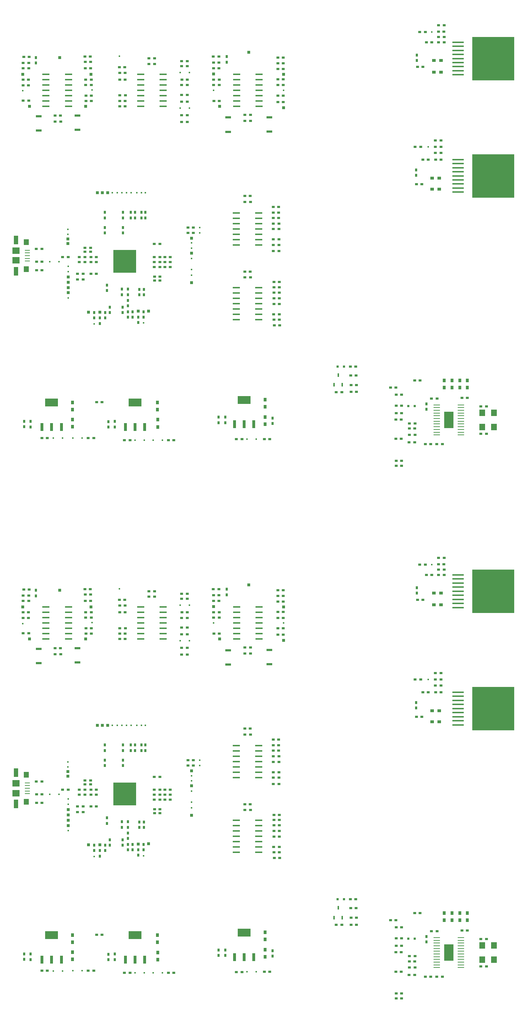
<source format=gbr>
G04 DipTrace 2.4.0.2*
%INTopPaste.gbr*%
%MOMM*%
%ADD38R,0.635X0.635*%
%ADD57R,2.296X3.996*%
%ADD59R,1.596X0.196*%
%ADD61R,10.096X10.296*%
%ADD63R,2.796X0.396*%
%ADD65R,1.796X0.396*%
%ADD67R,5.496X5.496*%
%ADD69O,0.646X-0.004*%
%ADD71O,-0.004X0.646*%
%ADD73R,3.046X1.946*%
%ADD75R,0.746X1.946*%
%ADD77R,0.431X0.431*%
%ADD79R,1.396X1.596*%
%ADD85R,0.446X0.846*%
%ADD87R,1.696X1.596*%
%ADD89R,1.096X2.096*%
%ADD91R,1.196X1.396*%
%ADD93R,1.146X0.196*%
%ADD99R,0.596X0.596*%
%ADD101R,1.396X0.596*%
%ADD103R,0.396X0.396*%
%ADD105R,0.896X0.796*%
%ADD107R,0.696X0.496*%
%ADD109R,0.496X0.696*%
%ADD111R,0.796X0.896*%
%FSLAX53Y53*%
G04*
G71*
G90*
G75*
G01*
%LNTopPaste*%
%LPD*%
D111*
X60770Y-12210D3*
Y-10510D3*
D109*
X51220Y-11860D3*
Y-10560D3*
D107*
X55940Y61420D3*
X57240D3*
X10670Y61320D3*
X11970D3*
X55940Y40700D3*
X57240D3*
X55950Y22770D3*
X57250D3*
X33080Y73570D3*
X34380D3*
D111*
X60770Y-6360D3*
Y-8060D3*
D107*
X63950Y39530D3*
X62650D3*
X48490Y69870D3*
X49790D3*
X34340Y30680D3*
X35640D3*
X48440Y73920D3*
X49740D3*
D111*
X35145Y-12850D3*
Y-11150D3*
D107*
X65090Y69920D3*
X63790D3*
D105*
X102630Y74390D3*
X100930D3*
D111*
X35095Y-7050D3*
Y-8750D3*
D107*
X36840Y27580D3*
X38140D3*
D109*
X26900Y33350D3*
Y34650D3*
D107*
X34340Y26380D3*
X35640D3*
D109*
X24945Y-12850D3*
Y-11550D3*
D105*
X102630Y71590D3*
X100930D3*
D107*
X34340Y25180D3*
X35640D3*
X64000Y28980D3*
X62700D3*
X65090Y73720D3*
X63790D3*
X34390Y22930D3*
X35690D3*
X26030Y72820D3*
X27330D3*
D109*
X22550Y33320D3*
Y34620D3*
D107*
X34390Y21980D3*
X35690D3*
D109*
X31840Y19880D3*
Y18580D3*
D107*
X3070Y69870D3*
X4370D3*
X64150Y21620D3*
X62850D3*
D109*
X30790Y19880D3*
Y18580D3*
X30490Y13280D3*
Y11980D3*
D107*
X20540Y27580D3*
X19240D3*
D111*
X14865Y-12800D3*
Y-11100D3*
D107*
X3120Y73820D3*
X4420D3*
D109*
X28040Y19930D3*
Y18630D3*
D107*
X20540Y26380D3*
X19240D3*
D111*
X14865Y-7050D3*
Y-8750D3*
D109*
X26640Y19930D3*
Y18630D3*
X4865Y-12850D3*
Y-11550D3*
X26790Y15680D3*
Y14380D3*
D107*
X19320Y69870D3*
X18020D3*
D109*
X23740Y15680D3*
Y14380D3*
X21340Y13080D3*
Y11780D3*
D107*
X20540Y23630D3*
X19240D3*
D105*
X102230Y46400D3*
X100530D3*
X102230Y43750D3*
X100530D3*
D109*
X23040Y20880D3*
Y19580D3*
D107*
X64200Y11320D3*
X62900D3*
X19170Y74070D3*
X17870D3*
X82500Y-4550D3*
X81200D3*
X38140Y26380D3*
X36840D3*
X16490Y27580D3*
X17790D3*
D109*
X28040Y15980D3*
Y17280D3*
D107*
X16490Y26380D3*
X17790D3*
X38140Y25180D3*
X36840D3*
X27430Y66070D3*
X26130D3*
X42230Y69870D3*
X40930D3*
X42180Y64620D3*
X40880D3*
X7590Y26480D3*
X6290D3*
X112150Y-7970D3*
X113450D3*
X112150Y-14520D3*
X113450D3*
D111*
X108900Y-1770D3*
Y-3470D3*
X107100Y-1770D3*
Y-3470D3*
X105250Y-1770D3*
Y-3470D3*
X103400Y-1770D3*
Y-3470D3*
D109*
X99150Y-8670D3*
Y-7370D3*
D107*
X101700Y-6120D3*
X100400D3*
X91950Y-5170D3*
X93250D3*
D103*
X58600Y-15800D3*
X56400D3*
D101*
X51940Y60820D3*
Y57420D3*
D103*
X34095Y-16050D3*
X36295D3*
X31945D3*
X29745D3*
D101*
X61790Y60870D3*
Y57470D3*
X6770Y61120D3*
Y57720D3*
D103*
X14915Y-15500D3*
X17115D3*
X12515Y-15550D3*
X10315D3*
D101*
X16070Y61270D3*
Y57870D3*
D99*
X78050Y1500D3*
X79550D3*
D103*
X42680Y71520D3*
X40480D3*
X42730Y63070D3*
X40530D3*
X11590Y26480D3*
X9390D3*
D99*
X96350Y-7870D3*
X94850D3*
D93*
X4090Y29230D3*
Y28580D3*
Y27930D3*
Y27280D3*
Y26630D3*
D91*
X3865Y31130D3*
Y24730D3*
D89*
X1415Y31680D3*
Y24180D3*
D87*
Y29080D3*
Y26780D3*
D85*
X77200Y-2850D3*
X79100D3*
X78150Y-550D3*
D109*
X62550Y-12050D3*
Y-10750D3*
D107*
X61850Y-15800D3*
X60550D3*
D109*
X49670Y-10560D3*
Y-11860D3*
D107*
X57240Y60020D3*
X55940D3*
X12020Y59870D3*
X10720D3*
X57190Y42150D3*
X55890D3*
X57200Y24120D3*
X55900D3*
X34380Y74870D3*
X33080D3*
X53920Y-15810D3*
X55220D3*
X102080Y82790D3*
X103380D3*
X63950Y36880D3*
X62650D3*
Y38180D3*
X63950D3*
X49790Y68570D3*
X48490D3*
D109*
X32240Y38230D3*
Y36930D3*
D107*
X102055Y81230D3*
X103355D3*
X42330Y34610D3*
X43630D3*
X38995Y-16000D3*
X37695D3*
D109*
X31240Y38230D3*
Y36930D3*
X29740D3*
Y38230D3*
D107*
X97580Y81190D3*
X98880D3*
X102080Y79990D3*
X103380D3*
X49740Y72520D3*
X48440D3*
X48540Y64770D3*
X49840D3*
X64000Y35530D3*
X62700D3*
X42340Y33380D3*
X43640D3*
X99180Y78740D3*
X100480D3*
X102080D3*
X103380D3*
X48390Y75320D3*
X49690D3*
D109*
X28740Y36930D3*
Y38230D3*
D107*
X64000Y34230D3*
X62700D3*
X65090Y64520D3*
X63790D3*
D109*
X51590Y75320D3*
Y74020D3*
D107*
X62700Y31780D3*
X64000D3*
D109*
X23395Y-11600D3*
Y-12900D3*
X26890Y38230D3*
Y36930D3*
D107*
X34340Y27580D3*
X35640D3*
X97065Y72840D3*
X98365D3*
X63790Y68520D3*
X65090D3*
X62700Y30430D3*
X64000D3*
X27245Y-16050D3*
X28545D3*
X63790Y75120D3*
X65090D3*
D109*
X96930Y75690D3*
Y74390D3*
D107*
X63790Y72370D3*
X65090D3*
Y66020D3*
X63790D3*
X101330Y55350D3*
X102630D3*
X26080Y69820D3*
X27380D3*
Y71420D3*
X26080D3*
X19915Y-15500D3*
X18615D3*
X4370Y68470D3*
X3070D3*
X64150Y19120D3*
X62850D3*
Y20370D3*
X64150D3*
D109*
X31760Y13260D3*
Y14560D3*
D107*
X19150Y29750D3*
X17850D3*
X21870Y-6990D3*
X20570D3*
X19150Y28850D3*
X17850D3*
X101330Y53850D3*
X102630D3*
D109*
X29140Y13280D3*
Y14580D3*
D107*
X4420Y72520D3*
X3120D3*
Y64820D3*
X4420D3*
X96480Y53800D3*
X97780D3*
X101330Y52400D3*
X102630D3*
X3220Y75220D3*
X4520D3*
X64150Y17770D3*
X62850D3*
D109*
X3365Y-11500D3*
Y-12800D3*
D107*
X98330Y50800D3*
X99630D3*
X101380D3*
X102680D3*
X64150Y16420D3*
X62850D3*
X7565Y-15500D3*
X8865D3*
X19370Y64770D3*
X18070D3*
D109*
X6120Y75070D3*
Y73770D3*
D107*
X62800Y13970D3*
X64100D3*
D109*
X22640Y13080D3*
Y14380D3*
D107*
X17820Y75370D3*
X19120D3*
X18020Y68570D3*
X19320D3*
X96780Y44950D3*
X98080D3*
D109*
X20040Y13080D3*
Y14380D3*
D107*
X62850Y12670D3*
X64150D3*
X17870Y72520D3*
X19170D3*
X19370Y66020D3*
X18070D3*
D109*
X96730Y48350D3*
Y47050D3*
X22540Y38230D3*
Y36930D3*
D107*
X82500Y-2900D3*
X81200D3*
D109*
X28040Y13280D3*
Y14580D3*
D107*
X12490Y27580D3*
X13790D3*
X82400Y-600D3*
X81100D3*
X82350Y1500D3*
X81050D3*
X27380Y63520D3*
X26080D3*
Y64770D3*
X27380D3*
X77700Y-4600D3*
X79000D3*
X42180Y73020D3*
X40880D3*
X42180Y68520D3*
X40880D3*
Y74270D3*
X42180D3*
Y61370D3*
X40880D3*
X42180Y66170D3*
X40880D3*
Y59770D3*
X42180D3*
X7540Y29530D3*
X6240D3*
X7590Y24480D3*
X6290D3*
X95150Y-12020D3*
X96450D3*
X95150Y-14720D3*
X96450D3*
X108950Y-5970D3*
X107650D3*
X93250Y-9620D3*
X91950D3*
X93200Y-11070D3*
X91900D3*
X93200Y-15720D3*
X91900D3*
X95100Y-13270D3*
X96400D3*
X91950Y-7820D3*
X93250D3*
X90600Y-3450D3*
X91900D3*
X96350Y-1800D3*
X97650D3*
D79*
X112500Y-9520D3*
X115300D3*
X112500Y-12870D3*
X115300D3*
D107*
X98900Y-16920D3*
X100200D3*
X102950D3*
X101650D3*
D38*
X48440Y71220D3*
D77*
Y67270D3*
D38*
X49890Y63520D3*
D77*
X32240Y42880D3*
X100480Y81190D3*
X45140Y34580D3*
X31240Y42880D3*
X30190D3*
X45140Y33380D3*
X28790Y42880D3*
D38*
X43190Y32080D3*
X56840Y76320D3*
D77*
X43190Y30930D3*
Y29680D3*
X27740Y42880D3*
D38*
X43190Y28480D3*
X65140Y71120D3*
D77*
X43190Y27280D3*
X65140Y67320D3*
D38*
Y63120D3*
D77*
X26640Y42880D3*
X25540D3*
X24340D3*
X43250Y23300D3*
D38*
X23190Y42880D3*
D77*
X43250Y24600D3*
D38*
X21990Y42880D3*
X43240Y21480D3*
X20790Y42880D3*
D77*
X13740Y34180D3*
D38*
X3020Y71070D3*
D77*
X13740Y33030D3*
D38*
Y31930D3*
X32990Y14680D3*
D77*
X3020Y67170D3*
D38*
X13740Y30780D3*
X4570Y63470D3*
D77*
X31740Y11880D3*
D38*
X30510Y14670D3*
D77*
X99580Y53850D3*
D38*
X11770Y75070D3*
D77*
X13840Y25380D3*
Y24130D3*
D38*
Y22830D3*
X19270Y71120D3*
X13840Y21580D3*
D77*
X19470Y67370D3*
D38*
X17970Y63520D3*
X21380Y14470D3*
X13840Y20330D3*
D77*
X20040Y11680D3*
D38*
X13840Y19080D3*
X18690Y14480D3*
D77*
X13840Y17880D3*
X26000Y75450D3*
D75*
X53450Y-12250D3*
X55750D3*
X58050D3*
D73*
X55750Y-6450D3*
D71*
X30480Y30480D3*
X30080D3*
X29680D3*
X29280D3*
X28880D3*
X28480D3*
X28080D3*
X27680D3*
X27280D3*
X26880D3*
X26480D3*
X26080D3*
X25680D3*
X25280D3*
X24880D3*
X24480D3*
X24080D3*
D69*
X23385Y29775D3*
Y29375D3*
Y28975D3*
Y28575D3*
Y28175D3*
Y27775D3*
Y27375D3*
Y26975D3*
Y26575D3*
Y26175D3*
Y25775D3*
Y25375D3*
Y24975D3*
Y24575D3*
Y24175D3*
Y23775D3*
Y23375D3*
D71*
X24090Y22680D3*
X24490D3*
X24890D3*
X25290D3*
X25690D3*
X26090D3*
X26490D3*
X26890D3*
X27290D3*
X27690D3*
X28090D3*
X28490D3*
X28890D3*
X29290D3*
X29690D3*
X30090D3*
X30490D3*
D69*
X31185Y23385D3*
Y23785D3*
Y24185D3*
Y24585D3*
Y24985D3*
Y25385D3*
Y25785D3*
Y26185D3*
Y26585D3*
Y26985D3*
Y27385D3*
Y27785D3*
Y28185D3*
Y28585D3*
Y28985D3*
Y29385D3*
Y29785D3*
D67*
X27285Y26580D3*
D65*
X53940Y71120D3*
Y69850D3*
Y68580D3*
Y67310D3*
Y66040D3*
Y64770D3*
Y63500D3*
X59340D3*
Y64770D3*
Y66040D3*
Y67310D3*
Y68580D3*
Y69850D3*
Y71120D3*
X53840Y38100D3*
Y36830D3*
Y35560D3*
Y34290D3*
Y33020D3*
Y31750D3*
Y30480D3*
X59240D3*
Y31750D3*
Y33020D3*
Y34290D3*
Y35560D3*
Y36830D3*
Y38100D3*
D63*
X106680Y78740D3*
Y77770D3*
Y76800D3*
Y75830D3*
Y74860D3*
Y73890D3*
Y72920D3*
Y71950D3*
Y70980D3*
D61*
X115130Y74860D3*
D75*
X27450Y-12850D3*
X29750D3*
X32050D3*
D73*
X29750Y-7050D3*
D65*
X31080Y71120D3*
Y69850D3*
Y68580D3*
Y67310D3*
Y66040D3*
Y64770D3*
Y63500D3*
X36480D3*
Y64770D3*
Y66040D3*
Y67310D3*
Y68580D3*
Y69850D3*
Y71120D3*
X8520D3*
Y69850D3*
Y68580D3*
Y67310D3*
Y66040D3*
Y64770D3*
Y63500D3*
X13920D3*
Y64770D3*
Y66040D3*
Y67310D3*
Y68580D3*
Y69850D3*
Y71120D3*
D75*
X7590Y-12850D3*
X9890D3*
X12190D3*
D73*
X9890Y-7050D3*
D65*
X53840Y20320D3*
Y19050D3*
Y17780D3*
Y16510D3*
Y15240D3*
Y13970D3*
Y12700D3*
X59240D3*
Y13970D3*
Y15240D3*
Y16510D3*
Y17780D3*
Y19050D3*
Y20320D3*
D63*
X106680Y50800D3*
Y49830D3*
Y48860D3*
Y47890D3*
Y46920D3*
Y45950D3*
Y44980D3*
Y44010D3*
Y43040D3*
D61*
X115130Y46920D3*
D59*
X101600Y-7620D3*
Y-8270D3*
Y-8920D3*
Y-9570D3*
Y-10220D3*
Y-10870D3*
Y-11520D3*
Y-12170D3*
Y-12820D3*
Y-13470D3*
Y-14120D3*
Y-14770D3*
X107400D3*
Y-14120D3*
Y-13470D3*
Y-12820D3*
Y-12170D3*
Y-11520D3*
Y-10870D3*
Y-10220D3*
Y-9570D3*
Y-8920D3*
Y-8270D3*
Y-7620D3*
D57*
X104500Y-11195D3*
D107*
X95050Y-16550D3*
X96350D3*
X93250Y-22150D3*
X91950D3*
X93250Y-20900D3*
X91950D3*
X16050Y23600D3*
X17350D3*
X16050Y22250D3*
X17350D3*
D111*
X60770Y114630D3*
Y116330D3*
D109*
X51220Y114980D3*
Y116280D3*
D107*
X55940Y188260D3*
X57240D3*
X10670Y188160D3*
X11970D3*
X55940Y167540D3*
X57240D3*
X55950Y149610D3*
X57250D3*
X33080Y200410D3*
X34380D3*
D111*
X60770Y120480D3*
Y118780D3*
D107*
X63950Y166370D3*
X62650D3*
X48490Y196710D3*
X49790D3*
X34340Y157520D3*
X35640D3*
X48440Y200760D3*
X49740D3*
D111*
X35145Y113990D3*
Y115690D3*
D107*
X65090Y196760D3*
X63790D3*
D105*
X102630Y201230D3*
X100930D3*
D111*
X35095Y119790D3*
Y118090D3*
D107*
X36840Y154420D3*
X38140D3*
D109*
X26900Y160190D3*
Y161490D3*
D107*
X34340Y153220D3*
X35640D3*
D109*
X24945Y113990D3*
Y115290D3*
D105*
X102630Y198430D3*
X100930D3*
D107*
X34340Y152020D3*
X35640D3*
X64000Y155820D3*
X62700D3*
X65090Y200560D3*
X63790D3*
X34390Y149770D3*
X35690D3*
X26030Y199660D3*
X27330D3*
D109*
X22550Y160160D3*
Y161460D3*
D107*
X34390Y148820D3*
X35690D3*
D109*
X31840Y146720D3*
Y145420D3*
D107*
X3070Y196710D3*
X4370D3*
X64150Y148460D3*
X62850D3*
D109*
X30790Y146720D3*
Y145420D3*
X30490Y140120D3*
Y138820D3*
D107*
X20540Y154420D3*
X19240D3*
D111*
X14865Y114040D3*
Y115740D3*
D107*
X3120Y200660D3*
X4420D3*
D109*
X28040Y146770D3*
Y145470D3*
D107*
X20540Y153220D3*
X19240D3*
D111*
X14865Y119790D3*
Y118090D3*
D109*
X26640Y146770D3*
Y145470D3*
X4865Y113990D3*
Y115290D3*
X26790Y142520D3*
Y141220D3*
D107*
X19320Y196710D3*
X18020D3*
D109*
X23740Y142520D3*
Y141220D3*
X21340Y139920D3*
Y138620D3*
D107*
X20540Y150470D3*
X19240D3*
D105*
X102230Y173240D3*
X100530D3*
X102230Y170590D3*
X100530D3*
D109*
X23040Y147720D3*
Y146420D3*
D107*
X64200Y138160D3*
X62900D3*
X19170Y200910D3*
X17870D3*
X82500Y122290D3*
X81200D3*
X38140Y153220D3*
X36840D3*
X16490Y154420D3*
X17790D3*
D109*
X28040Y142820D3*
Y144120D3*
D107*
X16490Y153220D3*
X17790D3*
X38140Y152020D3*
X36840D3*
X27430Y192910D3*
X26130D3*
X42230Y196710D3*
X40930D3*
X42180Y191460D3*
X40880D3*
X7590Y153320D3*
X6290D3*
X112150Y118870D3*
X113450D3*
X112150Y112320D3*
X113450D3*
D111*
X108900Y125070D3*
Y123370D3*
X107100Y125070D3*
Y123370D3*
X105250Y125070D3*
Y123370D3*
X103400Y125070D3*
Y123370D3*
D109*
X99150Y118170D3*
Y119470D3*
D107*
X101700Y120720D3*
X100400D3*
X91950Y121670D3*
X93250D3*
D103*
X58600Y111040D3*
X56400D3*
D101*
X51940Y187660D3*
Y184260D3*
D103*
X34095Y110790D3*
X36295D3*
X31945D3*
X29745D3*
D101*
X61790Y187710D3*
Y184310D3*
X6770Y187960D3*
Y184560D3*
D103*
X14915Y111340D3*
X17115D3*
X12515Y111290D3*
X10315D3*
D101*
X16070Y188110D3*
Y184710D3*
D99*
X78050Y128340D3*
X79550D3*
D103*
X42680Y198360D3*
X40480D3*
X42730Y189910D3*
X40530D3*
X11590Y153320D3*
X9390D3*
D99*
X96350Y118970D3*
X94850D3*
D93*
X4090Y156070D3*
Y155420D3*
Y154770D3*
Y154120D3*
Y153470D3*
D91*
X3865Y157970D3*
Y151570D3*
D89*
X1415Y158520D3*
Y151020D3*
D87*
Y155920D3*
Y153620D3*
D85*
X77200Y123990D3*
X79100D3*
X78150Y126290D3*
D109*
X62550Y114790D3*
Y116090D3*
D107*
X61850Y111040D3*
X60550D3*
D109*
X49670Y116280D3*
Y114980D3*
D107*
X57240Y186860D3*
X55940D3*
X12020Y186710D3*
X10720D3*
X57190Y168990D3*
X55890D3*
X57200Y150960D3*
X55900D3*
X34380Y201710D3*
X33080D3*
X53920Y111030D3*
X55220D3*
X102080Y209630D3*
X103380D3*
X63950Y163720D3*
X62650D3*
Y165020D3*
X63950D3*
X49790Y195410D3*
X48490D3*
D109*
X32240Y165070D3*
Y163770D3*
D107*
X102055Y208070D3*
X103355D3*
X42330Y161450D3*
X43630D3*
X38995Y110840D3*
X37695D3*
D109*
X31240Y165070D3*
Y163770D3*
X29740D3*
Y165070D3*
D107*
X97580Y208030D3*
X98880D3*
X102080Y206830D3*
X103380D3*
X49740Y199360D3*
X48440D3*
X48540Y191610D3*
X49840D3*
X64000Y162370D3*
X62700D3*
X42340Y160220D3*
X43640D3*
X99180Y205580D3*
X100480D3*
X102080D3*
X103380D3*
X48390Y202160D3*
X49690D3*
D109*
X28740Y163770D3*
Y165070D3*
D107*
X64000Y161070D3*
X62700D3*
X65090Y191360D3*
X63790D3*
D109*
X51590Y202160D3*
Y200860D3*
D107*
X62700Y158620D3*
X64000D3*
D109*
X23395Y115240D3*
Y113940D3*
X26890Y165070D3*
Y163770D3*
D107*
X34340Y154420D3*
X35640D3*
X97065Y199680D3*
X98365D3*
X63790Y195360D3*
X65090D3*
X62700Y157270D3*
X64000D3*
X27245Y110790D3*
X28545D3*
X63790Y201960D3*
X65090D3*
D109*
X96930Y202530D3*
Y201230D3*
D107*
X63790Y199210D3*
X65090D3*
Y192860D3*
X63790D3*
X101330Y182190D3*
X102630D3*
X26080Y196660D3*
X27380D3*
Y198260D3*
X26080D3*
X19915Y111340D3*
X18615D3*
X4370Y195310D3*
X3070D3*
X64150Y145960D3*
X62850D3*
Y147210D3*
X64150D3*
D109*
X31760Y140100D3*
Y141400D3*
D107*
X19150Y156590D3*
X17850D3*
X21870Y119850D3*
X20570D3*
X19150Y155690D3*
X17850D3*
X101330Y180690D3*
X102630D3*
D109*
X29140Y140120D3*
Y141420D3*
D107*
X4420Y199360D3*
X3120D3*
Y191660D3*
X4420D3*
X96480Y180640D3*
X97780D3*
X101330Y179240D3*
X102630D3*
X3220Y202060D3*
X4520D3*
X64150Y144610D3*
X62850D3*
D109*
X3365Y115340D3*
Y114040D3*
D107*
X98330Y177640D3*
X99630D3*
X101380D3*
X102680D3*
X64150Y143260D3*
X62850D3*
X7565Y111340D3*
X8865D3*
X19370Y191610D3*
X18070D3*
D109*
X6120Y201910D3*
Y200610D3*
D107*
X62800Y140810D3*
X64100D3*
D109*
X22640Y139920D3*
Y141220D3*
D107*
X17820Y202210D3*
X19120D3*
X18020Y195410D3*
X19320D3*
X96780Y171790D3*
X98080D3*
D109*
X20040Y139920D3*
Y141220D3*
D107*
X62850Y139510D3*
X64150D3*
X17870Y199360D3*
X19170D3*
X19370Y192860D3*
X18070D3*
D109*
X96730Y175190D3*
Y173890D3*
X22540Y165070D3*
Y163770D3*
D107*
X82500Y123940D3*
X81200D3*
D109*
X28040Y140120D3*
Y141420D3*
D107*
X12490Y154420D3*
X13790D3*
X82400Y126240D3*
X81100D3*
X82350Y128340D3*
X81050D3*
X27380Y190360D3*
X26080D3*
Y191610D3*
X27380D3*
X77700Y122240D3*
X79000D3*
X42180Y199860D3*
X40880D3*
X42180Y195360D3*
X40880D3*
Y201110D3*
X42180D3*
Y188210D3*
X40880D3*
X42180Y193010D3*
X40880D3*
Y186610D3*
X42180D3*
X7540Y156370D3*
X6240D3*
X7590Y151320D3*
X6290D3*
X95150Y114820D3*
X96450D3*
X95150Y112120D3*
X96450D3*
X108950Y120870D3*
X107650D3*
X93250Y117220D3*
X91950D3*
X93200Y115770D3*
X91900D3*
X93200Y111120D3*
X91900D3*
X95100Y113570D3*
X96400D3*
X91950Y119020D3*
X93250D3*
X90600Y123390D3*
X91900D3*
X96350Y125040D3*
X97650D3*
D79*
X112500Y117320D3*
X115300D3*
X112500Y113970D3*
X115300D3*
D107*
X98900Y109920D3*
X100200D3*
X102950D3*
X101650D3*
D38*
X48440Y198060D3*
D77*
Y194110D3*
D38*
X49890Y190360D3*
D77*
X32240Y169720D3*
X100480Y208030D3*
X45140Y161420D3*
X31240Y169720D3*
X30190D3*
X45140Y160220D3*
X28790Y169720D3*
D38*
X43190Y158920D3*
X56840Y203160D3*
D77*
X43190Y157770D3*
Y156520D3*
X27740Y169720D3*
D38*
X43190Y155320D3*
X65140Y197960D3*
D77*
X43190Y154120D3*
X65140Y194160D3*
D38*
Y189960D3*
D77*
X26640Y169720D3*
X25540D3*
X24340D3*
X43250Y150140D3*
D38*
X23190Y169720D3*
D77*
X43250Y151440D3*
D38*
X21990Y169720D3*
X43240Y148320D3*
X20790Y169720D3*
D77*
X13740Y161020D3*
D38*
X3020Y197910D3*
D77*
X13740Y159870D3*
D38*
Y158770D3*
X32990Y141520D3*
D77*
X3020Y194010D3*
D38*
X13740Y157620D3*
X4570Y190310D3*
D77*
X31740Y138720D3*
D38*
X30510Y141510D3*
D77*
X99580Y180690D3*
D38*
X11770Y201910D3*
D77*
X13840Y152220D3*
Y150970D3*
D38*
Y149670D3*
X19270Y197960D3*
X13840Y148420D3*
D77*
X19470Y194210D3*
D38*
X17970Y190360D3*
X21380Y141310D3*
X13840Y147170D3*
D77*
X20040Y138520D3*
D38*
X13840Y145920D3*
X18690Y141320D3*
D77*
X13840Y144720D3*
X26000Y202290D3*
D75*
X53450Y114590D3*
X55750D3*
X58050D3*
D73*
X55750Y120390D3*
D71*
X30480Y157320D3*
X30080D3*
X29680D3*
X29280D3*
X28880D3*
X28480D3*
X28080D3*
X27680D3*
X27280D3*
X26880D3*
X26480D3*
X26080D3*
X25680D3*
X25280D3*
X24880D3*
X24480D3*
X24080D3*
D69*
X23385Y156615D3*
Y156215D3*
Y155815D3*
Y155415D3*
Y155015D3*
Y154615D3*
Y154215D3*
Y153815D3*
Y153415D3*
Y153015D3*
Y152615D3*
Y152215D3*
Y151815D3*
Y151415D3*
Y151015D3*
Y150615D3*
Y150215D3*
D71*
X24090Y149520D3*
X24490D3*
X24890D3*
X25290D3*
X25690D3*
X26090D3*
X26490D3*
X26890D3*
X27290D3*
X27690D3*
X28090D3*
X28490D3*
X28890D3*
X29290D3*
X29690D3*
X30090D3*
X30490D3*
D69*
X31185Y150225D3*
Y150625D3*
Y151025D3*
Y151425D3*
Y151825D3*
Y152225D3*
Y152625D3*
Y153025D3*
Y153425D3*
Y153825D3*
Y154225D3*
Y154625D3*
Y155025D3*
Y155425D3*
Y155825D3*
Y156225D3*
Y156625D3*
D67*
X27285Y153420D3*
D65*
X53940Y197960D3*
Y196690D3*
Y195420D3*
Y194150D3*
Y192880D3*
Y191610D3*
Y190340D3*
X59340D3*
Y191610D3*
Y192880D3*
Y194150D3*
Y195420D3*
Y196690D3*
Y197960D3*
X53840Y164940D3*
Y163670D3*
Y162400D3*
Y161130D3*
Y159860D3*
Y158590D3*
Y157320D3*
X59240D3*
Y158590D3*
Y159860D3*
Y161130D3*
Y162400D3*
Y163670D3*
Y164940D3*
D63*
X106680Y205580D3*
Y204610D3*
Y203640D3*
Y202670D3*
Y201700D3*
Y200730D3*
Y199760D3*
Y198790D3*
Y197820D3*
D61*
X115130Y201700D3*
D75*
X27450Y113990D3*
X29750D3*
X32050D3*
D73*
X29750Y119790D3*
D65*
X31080Y197960D3*
Y196690D3*
Y195420D3*
Y194150D3*
Y192880D3*
Y191610D3*
Y190340D3*
X36480D3*
Y191610D3*
Y192880D3*
Y194150D3*
Y195420D3*
Y196690D3*
Y197960D3*
X8520D3*
Y196690D3*
Y195420D3*
Y194150D3*
Y192880D3*
Y191610D3*
Y190340D3*
X13920D3*
Y191610D3*
Y192880D3*
Y194150D3*
Y195420D3*
Y196690D3*
Y197960D3*
D75*
X7590Y113990D3*
X9890D3*
X12190D3*
D73*
X9890Y119790D3*
D65*
X53840Y147160D3*
Y145890D3*
Y144620D3*
Y143350D3*
Y142080D3*
Y140810D3*
Y139540D3*
X59240D3*
Y140810D3*
Y142080D3*
Y143350D3*
Y144620D3*
Y145890D3*
Y147160D3*
D63*
X106680Y177640D3*
Y176670D3*
Y175700D3*
Y174730D3*
Y173760D3*
Y172790D3*
Y171820D3*
Y170850D3*
Y169880D3*
D61*
X115130Y173760D3*
D59*
X101600Y119220D3*
Y118570D3*
Y117920D3*
Y117270D3*
Y116620D3*
Y115970D3*
Y115320D3*
Y114670D3*
Y114020D3*
Y113370D3*
Y112720D3*
Y112070D3*
X107400D3*
Y112720D3*
Y113370D3*
Y114020D3*
Y114670D3*
Y115320D3*
Y115970D3*
Y116620D3*
Y117270D3*
Y117920D3*
Y118570D3*
Y119220D3*
D57*
X104500Y115645D3*
D107*
X95050Y110290D3*
X96350D3*
X93250Y104690D3*
X91950D3*
X93250Y105940D3*
X91950D3*
X16050Y150440D3*
X17350D3*
X16050Y149090D3*
X17350D3*
M02*

</source>
